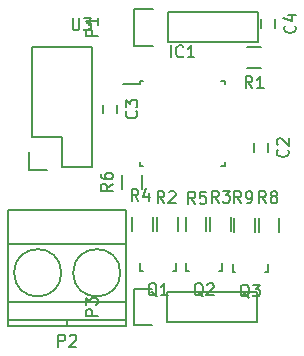
<source format=gbr>
G04 #@! TF.FileFunction,Legend,Top*
%FSLAX46Y46*%
G04 Gerber Fmt 4.6, Leading zero omitted, Abs format (unit mm)*
G04 Created by KiCad (PCBNEW no-vcs-found-product) date Fr 04 Mär 2016 14:21:00 CET*
%MOMM*%
G01*
G04 APERTURE LIST*
%ADD10C,0.100000*%
%ADD11C,0.150000*%
G04 APERTURE END LIST*
D10*
D11*
X101415000Y-109970000D02*
X101415000Y-102350000D01*
X101415000Y-102350000D02*
X106495000Y-102350000D01*
X106495000Y-102350000D02*
X106495000Y-112510000D01*
X106495000Y-112510000D02*
X103955000Y-112510000D01*
X101135000Y-111240000D02*
X101135000Y-112790000D01*
X103955000Y-112510000D02*
X103955000Y-109970000D01*
X103955000Y-109970000D02*
X101415000Y-109970000D01*
X101135000Y-112790000D02*
X102685000Y-112790000D01*
X121400000Y-110550000D02*
X121400000Y-111250000D01*
X120200000Y-111250000D02*
X120200000Y-110550000D01*
X108600000Y-107300000D02*
X108600000Y-108000000D01*
X107400000Y-108000000D02*
X107400000Y-107300000D01*
X122000000Y-100050000D02*
X122000000Y-100750000D01*
X120800000Y-100750000D02*
X120800000Y-100050000D01*
X110525000Y-105225000D02*
X110525000Y-105550000D01*
X117775000Y-105225000D02*
X117775000Y-105550000D01*
X117775000Y-112475000D02*
X117775000Y-112150000D01*
X110525000Y-112475000D02*
X110525000Y-112150000D01*
X110525000Y-105225000D02*
X110850000Y-105225000D01*
X110525000Y-112475000D02*
X110850000Y-112475000D01*
X117775000Y-112475000D02*
X117450000Y-112475000D01*
X117775000Y-105225000D02*
X117450000Y-105225000D01*
X110525000Y-105550000D02*
X109100000Y-105550000D01*
X112905000Y-101995000D02*
X120525000Y-101995000D01*
X112905000Y-99455000D02*
X120525000Y-99455000D01*
X110085000Y-99175000D02*
X111635000Y-99175000D01*
X120525000Y-101995000D02*
X120525000Y-99455000D01*
X112905000Y-99455000D02*
X112905000Y-101995000D01*
X111635000Y-102275000D02*
X110085000Y-102275000D01*
X110085000Y-102275000D02*
X110085000Y-99175000D01*
X104400000Y-125500000D02*
X104400000Y-126000000D01*
X108900000Y-121500000D02*
G75*
G03X108900000Y-121500000I-2000000J0D01*
G01*
X103900000Y-121500000D02*
G75*
G03X103900000Y-121500000I-2000000J0D01*
G01*
X99400000Y-124000000D02*
X109400000Y-124000000D01*
X99400000Y-119100000D02*
X109400000Y-119100000D01*
X99400000Y-125500000D02*
X109400000Y-125500000D01*
X99400000Y-126000000D02*
X109400000Y-126000000D01*
X109400000Y-126000000D02*
X109400000Y-116200000D01*
X109400000Y-116200000D02*
X99400000Y-116200000D01*
X99400000Y-116200000D02*
X99400000Y-126000000D01*
X112890000Y-125670000D02*
X120510000Y-125670000D01*
X112890000Y-123130000D02*
X120510000Y-123130000D01*
X110070000Y-122850000D02*
X111620000Y-122850000D01*
X120510000Y-125670000D02*
X120510000Y-123130000D01*
X112890000Y-123130000D02*
X112890000Y-125670000D01*
X111620000Y-125950000D02*
X110070000Y-125950000D01*
X110070000Y-125950000D02*
X110070000Y-122850000D01*
X110800840Y-121350240D02*
X110849100Y-121350240D01*
X113599820Y-120649200D02*
X113599820Y-121350240D01*
X113599820Y-121350240D02*
X113350900Y-121350240D01*
X110800840Y-121350240D02*
X110600180Y-121350240D01*
X110600180Y-121350240D02*
X110600180Y-120649200D01*
X114700840Y-121350240D02*
X114749100Y-121350240D01*
X117499820Y-120649200D02*
X117499820Y-121350240D01*
X117499820Y-121350240D02*
X117250900Y-121350240D01*
X114700840Y-121350240D02*
X114500180Y-121350240D01*
X114500180Y-121350240D02*
X114500180Y-120649200D01*
X118600840Y-121450240D02*
X118649100Y-121450240D01*
X121399820Y-120749200D02*
X121399820Y-121450240D01*
X121399820Y-121450240D02*
X121150900Y-121450240D01*
X118600840Y-121450240D02*
X118400180Y-121450240D01*
X118400180Y-121450240D02*
X118400180Y-120749200D01*
X119650000Y-102425000D02*
X120850000Y-102425000D01*
X120850000Y-104175000D02*
X119650000Y-104175000D01*
X113775000Y-116750000D02*
X113775000Y-117950000D01*
X112025000Y-117950000D02*
X112025000Y-116750000D01*
X118275000Y-116750000D02*
X118275000Y-117950000D01*
X116525000Y-117950000D02*
X116525000Y-116750000D01*
X111675000Y-116750000D02*
X111675000Y-117950000D01*
X109925000Y-117950000D02*
X109925000Y-116750000D01*
X116175000Y-116800000D02*
X116175000Y-118000000D01*
X114425000Y-118000000D02*
X114425000Y-116800000D01*
X110775000Y-113200000D02*
X110775000Y-114400000D01*
X109025000Y-114400000D02*
X109025000Y-113200000D01*
X122375000Y-116850000D02*
X122375000Y-118050000D01*
X120625000Y-118050000D02*
X120625000Y-116850000D01*
X120275000Y-116850000D02*
X120275000Y-118050000D01*
X118525000Y-118050000D02*
X118525000Y-116850000D01*
X104863095Y-99952381D02*
X104863095Y-100761905D01*
X104910714Y-100857143D01*
X104958333Y-100904762D01*
X105053571Y-100952381D01*
X105244048Y-100952381D01*
X105339286Y-100904762D01*
X105386905Y-100857143D01*
X105434524Y-100761905D01*
X105434524Y-99952381D01*
X105815476Y-99952381D02*
X106434524Y-99952381D01*
X106101190Y-100333333D01*
X106244048Y-100333333D01*
X106339286Y-100380952D01*
X106386905Y-100428571D01*
X106434524Y-100523810D01*
X106434524Y-100761905D01*
X106386905Y-100857143D01*
X106339286Y-100904762D01*
X106244048Y-100952381D01*
X105958333Y-100952381D01*
X105863095Y-100904762D01*
X105815476Y-100857143D01*
X123057143Y-111066666D02*
X123104762Y-111114285D01*
X123152381Y-111257142D01*
X123152381Y-111352380D01*
X123104762Y-111495238D01*
X123009524Y-111590476D01*
X122914286Y-111638095D01*
X122723810Y-111685714D01*
X122580952Y-111685714D01*
X122390476Y-111638095D01*
X122295238Y-111590476D01*
X122200000Y-111495238D01*
X122152381Y-111352380D01*
X122152381Y-111257142D01*
X122200000Y-111114285D01*
X122247619Y-111066666D01*
X122247619Y-110685714D02*
X122200000Y-110638095D01*
X122152381Y-110542857D01*
X122152381Y-110304761D01*
X122200000Y-110209523D01*
X122247619Y-110161904D01*
X122342857Y-110114285D01*
X122438095Y-110114285D01*
X122580952Y-110161904D01*
X123152381Y-110733333D01*
X123152381Y-110114285D01*
X110257143Y-107816666D02*
X110304762Y-107864285D01*
X110352381Y-108007142D01*
X110352381Y-108102380D01*
X110304762Y-108245238D01*
X110209524Y-108340476D01*
X110114286Y-108388095D01*
X109923810Y-108435714D01*
X109780952Y-108435714D01*
X109590476Y-108388095D01*
X109495238Y-108340476D01*
X109400000Y-108245238D01*
X109352381Y-108102380D01*
X109352381Y-108007142D01*
X109400000Y-107864285D01*
X109447619Y-107816666D01*
X109352381Y-107483333D02*
X109352381Y-106864285D01*
X109733333Y-107197619D01*
X109733333Y-107054761D01*
X109780952Y-106959523D01*
X109828571Y-106911904D01*
X109923810Y-106864285D01*
X110161905Y-106864285D01*
X110257143Y-106911904D01*
X110304762Y-106959523D01*
X110352381Y-107054761D01*
X110352381Y-107340476D01*
X110304762Y-107435714D01*
X110257143Y-107483333D01*
X123657143Y-100566666D02*
X123704762Y-100614285D01*
X123752381Y-100757142D01*
X123752381Y-100852380D01*
X123704762Y-100995238D01*
X123609524Y-101090476D01*
X123514286Y-101138095D01*
X123323810Y-101185714D01*
X123180952Y-101185714D01*
X122990476Y-101138095D01*
X122895238Y-101090476D01*
X122800000Y-100995238D01*
X122752381Y-100852380D01*
X122752381Y-100757142D01*
X122800000Y-100614285D01*
X122847619Y-100566666D01*
X123085714Y-99709523D02*
X123752381Y-99709523D01*
X122704762Y-99947619D02*
X123419048Y-100185714D01*
X123419048Y-99566666D01*
X113173810Y-103252381D02*
X113173810Y-102252381D01*
X114221429Y-103157143D02*
X114173810Y-103204762D01*
X114030953Y-103252381D01*
X113935715Y-103252381D01*
X113792857Y-103204762D01*
X113697619Y-103109524D01*
X113650000Y-103014286D01*
X113602381Y-102823810D01*
X113602381Y-102680952D01*
X113650000Y-102490476D01*
X113697619Y-102395238D01*
X113792857Y-102300000D01*
X113935715Y-102252381D01*
X114030953Y-102252381D01*
X114173810Y-102300000D01*
X114221429Y-102347619D01*
X115173810Y-103252381D02*
X114602381Y-103252381D01*
X114888095Y-103252381D02*
X114888095Y-102252381D01*
X114792857Y-102395238D01*
X114697619Y-102490476D01*
X114602381Y-102538095D01*
X106987381Y-101463095D02*
X105987381Y-101463095D01*
X105987381Y-101082142D01*
X106035000Y-100986904D01*
X106082619Y-100939285D01*
X106177857Y-100891666D01*
X106320714Y-100891666D01*
X106415952Y-100939285D01*
X106463571Y-100986904D01*
X106511190Y-101082142D01*
X106511190Y-101463095D01*
X106987381Y-99939285D02*
X106987381Y-100510714D01*
X106987381Y-100225000D02*
X105987381Y-100225000D01*
X106130238Y-100320238D01*
X106225476Y-100415476D01*
X106273095Y-100510714D01*
X103661905Y-127752381D02*
X103661905Y-126752381D01*
X104042858Y-126752381D01*
X104138096Y-126800000D01*
X104185715Y-126847619D01*
X104233334Y-126942857D01*
X104233334Y-127085714D01*
X104185715Y-127180952D01*
X104138096Y-127228571D01*
X104042858Y-127276190D01*
X103661905Y-127276190D01*
X104614286Y-126847619D02*
X104661905Y-126800000D01*
X104757143Y-126752381D01*
X104995239Y-126752381D01*
X105090477Y-126800000D01*
X105138096Y-126847619D01*
X105185715Y-126942857D01*
X105185715Y-127038095D01*
X105138096Y-127180952D01*
X104566667Y-127752381D01*
X105185715Y-127752381D01*
X106972381Y-125138095D02*
X105972381Y-125138095D01*
X105972381Y-124757142D01*
X106020000Y-124661904D01*
X106067619Y-124614285D01*
X106162857Y-124566666D01*
X106305714Y-124566666D01*
X106400952Y-124614285D01*
X106448571Y-124661904D01*
X106496190Y-124757142D01*
X106496190Y-125138095D01*
X105972381Y-124233333D02*
X105972381Y-123614285D01*
X106353333Y-123947619D01*
X106353333Y-123804761D01*
X106400952Y-123709523D01*
X106448571Y-123661904D01*
X106543810Y-123614285D01*
X106781905Y-123614285D01*
X106877143Y-123661904D01*
X106924762Y-123709523D01*
X106972381Y-123804761D01*
X106972381Y-124090476D01*
X106924762Y-124185714D01*
X106877143Y-124233333D01*
X112004762Y-123497619D02*
X111909524Y-123450000D01*
X111814286Y-123354762D01*
X111671429Y-123211905D01*
X111576190Y-123164286D01*
X111480952Y-123164286D01*
X111528571Y-123402381D02*
X111433333Y-123354762D01*
X111338095Y-123259524D01*
X111290476Y-123069048D01*
X111290476Y-122735714D01*
X111338095Y-122545238D01*
X111433333Y-122450000D01*
X111528571Y-122402381D01*
X111719048Y-122402381D01*
X111814286Y-122450000D01*
X111909524Y-122545238D01*
X111957143Y-122735714D01*
X111957143Y-123069048D01*
X111909524Y-123259524D01*
X111814286Y-123354762D01*
X111719048Y-123402381D01*
X111528571Y-123402381D01*
X112909524Y-123402381D02*
X112338095Y-123402381D01*
X112623809Y-123402381D02*
X112623809Y-122402381D01*
X112528571Y-122545238D01*
X112433333Y-122640476D01*
X112338095Y-122688095D01*
X115904762Y-123497619D02*
X115809524Y-123450000D01*
X115714286Y-123354762D01*
X115571429Y-123211905D01*
X115476190Y-123164286D01*
X115380952Y-123164286D01*
X115428571Y-123402381D02*
X115333333Y-123354762D01*
X115238095Y-123259524D01*
X115190476Y-123069048D01*
X115190476Y-122735714D01*
X115238095Y-122545238D01*
X115333333Y-122450000D01*
X115428571Y-122402381D01*
X115619048Y-122402381D01*
X115714286Y-122450000D01*
X115809524Y-122545238D01*
X115857143Y-122735714D01*
X115857143Y-123069048D01*
X115809524Y-123259524D01*
X115714286Y-123354762D01*
X115619048Y-123402381D01*
X115428571Y-123402381D01*
X116238095Y-122497619D02*
X116285714Y-122450000D01*
X116380952Y-122402381D01*
X116619048Y-122402381D01*
X116714286Y-122450000D01*
X116761905Y-122497619D01*
X116809524Y-122592857D01*
X116809524Y-122688095D01*
X116761905Y-122830952D01*
X116190476Y-123402381D01*
X116809524Y-123402381D01*
X119804762Y-123597619D02*
X119709524Y-123550000D01*
X119614286Y-123454762D01*
X119471429Y-123311905D01*
X119376190Y-123264286D01*
X119280952Y-123264286D01*
X119328571Y-123502381D02*
X119233333Y-123454762D01*
X119138095Y-123359524D01*
X119090476Y-123169048D01*
X119090476Y-122835714D01*
X119138095Y-122645238D01*
X119233333Y-122550000D01*
X119328571Y-122502381D01*
X119519048Y-122502381D01*
X119614286Y-122550000D01*
X119709524Y-122645238D01*
X119757143Y-122835714D01*
X119757143Y-123169048D01*
X119709524Y-123359524D01*
X119614286Y-123454762D01*
X119519048Y-123502381D01*
X119328571Y-123502381D01*
X120090476Y-122502381D02*
X120709524Y-122502381D01*
X120376190Y-122883333D01*
X120519048Y-122883333D01*
X120614286Y-122930952D01*
X120661905Y-122978571D01*
X120709524Y-123073810D01*
X120709524Y-123311905D01*
X120661905Y-123407143D01*
X120614286Y-123454762D01*
X120519048Y-123502381D01*
X120233333Y-123502381D01*
X120138095Y-123454762D01*
X120090476Y-123407143D01*
X120083334Y-105852381D02*
X119750000Y-105376190D01*
X119511905Y-105852381D02*
X119511905Y-104852381D01*
X119892858Y-104852381D01*
X119988096Y-104900000D01*
X120035715Y-104947619D01*
X120083334Y-105042857D01*
X120083334Y-105185714D01*
X120035715Y-105280952D01*
X119988096Y-105328571D01*
X119892858Y-105376190D01*
X119511905Y-105376190D01*
X121035715Y-105852381D02*
X120464286Y-105852381D01*
X120750000Y-105852381D02*
X120750000Y-104852381D01*
X120654762Y-104995238D01*
X120559524Y-105090476D01*
X120464286Y-105138095D01*
X112633334Y-115602381D02*
X112300000Y-115126190D01*
X112061905Y-115602381D02*
X112061905Y-114602381D01*
X112442858Y-114602381D01*
X112538096Y-114650000D01*
X112585715Y-114697619D01*
X112633334Y-114792857D01*
X112633334Y-114935714D01*
X112585715Y-115030952D01*
X112538096Y-115078571D01*
X112442858Y-115126190D01*
X112061905Y-115126190D01*
X113014286Y-114697619D02*
X113061905Y-114650000D01*
X113157143Y-114602381D01*
X113395239Y-114602381D01*
X113490477Y-114650000D01*
X113538096Y-114697619D01*
X113585715Y-114792857D01*
X113585715Y-114888095D01*
X113538096Y-115030952D01*
X112966667Y-115602381D01*
X113585715Y-115602381D01*
X117233334Y-115552381D02*
X116900000Y-115076190D01*
X116661905Y-115552381D02*
X116661905Y-114552381D01*
X117042858Y-114552381D01*
X117138096Y-114600000D01*
X117185715Y-114647619D01*
X117233334Y-114742857D01*
X117233334Y-114885714D01*
X117185715Y-114980952D01*
X117138096Y-115028571D01*
X117042858Y-115076190D01*
X116661905Y-115076190D01*
X117566667Y-114552381D02*
X118185715Y-114552381D01*
X117852381Y-114933333D01*
X117995239Y-114933333D01*
X118090477Y-114980952D01*
X118138096Y-115028571D01*
X118185715Y-115123810D01*
X118185715Y-115361905D01*
X118138096Y-115457143D01*
X118090477Y-115504762D01*
X117995239Y-115552381D01*
X117709524Y-115552381D01*
X117614286Y-115504762D01*
X117566667Y-115457143D01*
X110433334Y-115402381D02*
X110100000Y-114926190D01*
X109861905Y-115402381D02*
X109861905Y-114402381D01*
X110242858Y-114402381D01*
X110338096Y-114450000D01*
X110385715Y-114497619D01*
X110433334Y-114592857D01*
X110433334Y-114735714D01*
X110385715Y-114830952D01*
X110338096Y-114878571D01*
X110242858Y-114926190D01*
X109861905Y-114926190D01*
X111290477Y-114735714D02*
X111290477Y-115402381D01*
X111052381Y-114354762D02*
X110814286Y-115069048D01*
X111433334Y-115069048D01*
X115233334Y-115652381D02*
X114900000Y-115176190D01*
X114661905Y-115652381D02*
X114661905Y-114652381D01*
X115042858Y-114652381D01*
X115138096Y-114700000D01*
X115185715Y-114747619D01*
X115233334Y-114842857D01*
X115233334Y-114985714D01*
X115185715Y-115080952D01*
X115138096Y-115128571D01*
X115042858Y-115176190D01*
X114661905Y-115176190D01*
X116138096Y-114652381D02*
X115661905Y-114652381D01*
X115614286Y-115128571D01*
X115661905Y-115080952D01*
X115757143Y-115033333D01*
X115995239Y-115033333D01*
X116090477Y-115080952D01*
X116138096Y-115128571D01*
X116185715Y-115223810D01*
X116185715Y-115461905D01*
X116138096Y-115557143D01*
X116090477Y-115604762D01*
X115995239Y-115652381D01*
X115757143Y-115652381D01*
X115661905Y-115604762D01*
X115614286Y-115557143D01*
X108252381Y-113966666D02*
X107776190Y-114300000D01*
X108252381Y-114538095D02*
X107252381Y-114538095D01*
X107252381Y-114157142D01*
X107300000Y-114061904D01*
X107347619Y-114014285D01*
X107442857Y-113966666D01*
X107585714Y-113966666D01*
X107680952Y-114014285D01*
X107728571Y-114061904D01*
X107776190Y-114157142D01*
X107776190Y-114538095D01*
X107252381Y-113109523D02*
X107252381Y-113300000D01*
X107300000Y-113395238D01*
X107347619Y-113442857D01*
X107490476Y-113538095D01*
X107680952Y-113585714D01*
X108061905Y-113585714D01*
X108157143Y-113538095D01*
X108204762Y-113490476D01*
X108252381Y-113395238D01*
X108252381Y-113204761D01*
X108204762Y-113109523D01*
X108157143Y-113061904D01*
X108061905Y-113014285D01*
X107823810Y-113014285D01*
X107728571Y-113061904D01*
X107680952Y-113109523D01*
X107633333Y-113204761D01*
X107633333Y-113395238D01*
X107680952Y-113490476D01*
X107728571Y-113538095D01*
X107823810Y-113585714D01*
X121233334Y-115602381D02*
X120900000Y-115126190D01*
X120661905Y-115602381D02*
X120661905Y-114602381D01*
X121042858Y-114602381D01*
X121138096Y-114650000D01*
X121185715Y-114697619D01*
X121233334Y-114792857D01*
X121233334Y-114935714D01*
X121185715Y-115030952D01*
X121138096Y-115078571D01*
X121042858Y-115126190D01*
X120661905Y-115126190D01*
X121804762Y-115030952D02*
X121709524Y-114983333D01*
X121661905Y-114935714D01*
X121614286Y-114840476D01*
X121614286Y-114792857D01*
X121661905Y-114697619D01*
X121709524Y-114650000D01*
X121804762Y-114602381D01*
X121995239Y-114602381D01*
X122090477Y-114650000D01*
X122138096Y-114697619D01*
X122185715Y-114792857D01*
X122185715Y-114840476D01*
X122138096Y-114935714D01*
X122090477Y-114983333D01*
X121995239Y-115030952D01*
X121804762Y-115030952D01*
X121709524Y-115078571D01*
X121661905Y-115126190D01*
X121614286Y-115221429D01*
X121614286Y-115411905D01*
X121661905Y-115507143D01*
X121709524Y-115554762D01*
X121804762Y-115602381D01*
X121995239Y-115602381D01*
X122090477Y-115554762D01*
X122138096Y-115507143D01*
X122185715Y-115411905D01*
X122185715Y-115221429D01*
X122138096Y-115126190D01*
X122090477Y-115078571D01*
X121995239Y-115030952D01*
X119133334Y-115602381D02*
X118800000Y-115126190D01*
X118561905Y-115602381D02*
X118561905Y-114602381D01*
X118942858Y-114602381D01*
X119038096Y-114650000D01*
X119085715Y-114697619D01*
X119133334Y-114792857D01*
X119133334Y-114935714D01*
X119085715Y-115030952D01*
X119038096Y-115078571D01*
X118942858Y-115126190D01*
X118561905Y-115126190D01*
X119609524Y-115602381D02*
X119800000Y-115602381D01*
X119895239Y-115554762D01*
X119942858Y-115507143D01*
X120038096Y-115364286D01*
X120085715Y-115173810D01*
X120085715Y-114792857D01*
X120038096Y-114697619D01*
X119990477Y-114650000D01*
X119895239Y-114602381D01*
X119704762Y-114602381D01*
X119609524Y-114650000D01*
X119561905Y-114697619D01*
X119514286Y-114792857D01*
X119514286Y-115030952D01*
X119561905Y-115126190D01*
X119609524Y-115173810D01*
X119704762Y-115221429D01*
X119895239Y-115221429D01*
X119990477Y-115173810D01*
X120038096Y-115126190D01*
X120085715Y-115030952D01*
M02*

</source>
